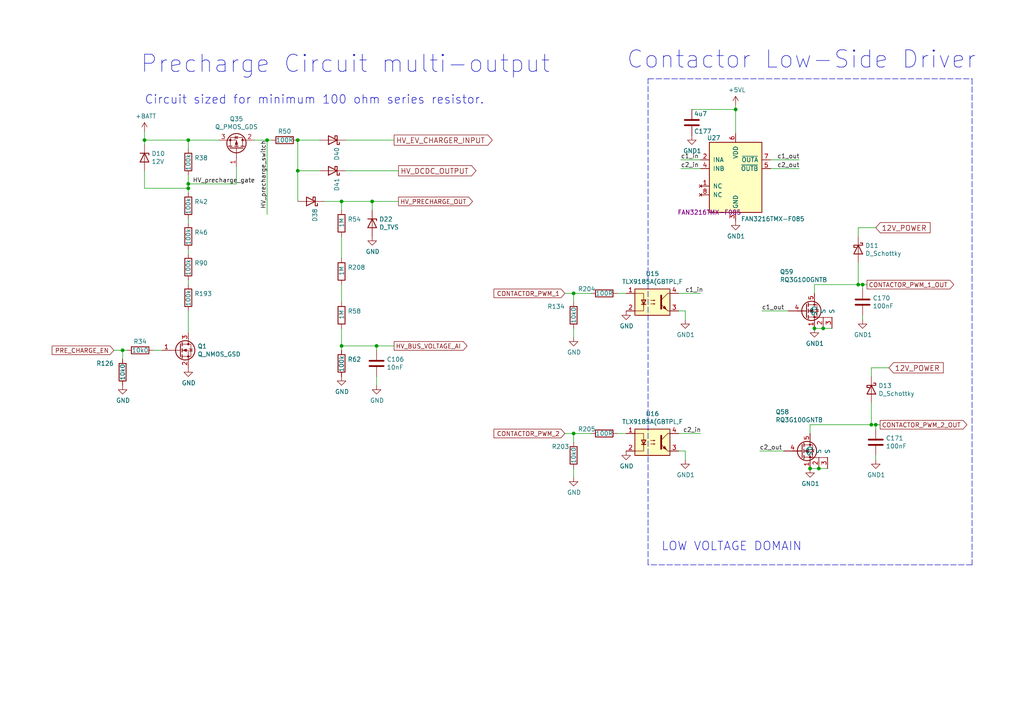
<source format=kicad_sch>
(kicad_sch (version 20250114) (generator "eeschema") (generator_version "9.0")
  (paper "A4")
  (lib_symbols
    (symbol "Device:C" (pin_numbers (hide yes)) (pin_names (offset 0.254))
      (property "Reference" "C" (at 0.635 2.54 0))
      (property "Value" "C" (at 0.635 -2.54 0))
      (symbol "C_0_1"
        (polyline (pts (xy -2.032 0.762) (xy 2.032 0.762)) (stroke (width 0.508)))
        (polyline (pts (xy -2.032 -0.762) (xy 2.032 -0.762)) (stroke (width 0.508)))
      )
      (symbol "C_1_1"
        (pin passive line (at 0 3.81 270) (length 2.794) (name "~") (number "1"))
        (pin passive line (at 0 -3.81 90) (length 2.794) (name "~") (number "2"))
      )
    )
    (symbol "Device:D_Schottky" (pin_numbers (hide yes)) (pin_names (offset 1.016) (hide yes))
      (property "Reference" "D" (at 0 2.54 0))
      (property "Value" "D_Schottky" (at 0 -2.54 0))
      (symbol "D_Schottky_0_1"
        (polyline (pts (xy -1.905 0.635) (xy -1.905 1.27) (xy -1.27 1.27) (xy -1.27 -1.27) (xy -0.635 -1.27) (xy -0.635 -0.635)) (stroke (width 0.254)))
        (polyline (pts (xy 1.27 1.27) (xy 1.27 -1.27) (xy -1.27 0) (xy 1.27 1.27)) (stroke (width 0.254)))
        (polyline (pts (xy 1.27 0) (xy -1.27 0)))
      )
      (symbol "D_Schottky_1_1"
        (pin passive line (at -3.81 0 0) (length 2.54) (name "K") (number "1"))
        (pin passive line (at 3.81 0 180) (length 2.54) (name "A") (number "2"))
      )
    )
    (symbol "Device:D_Zener" (pin_numbers (hide yes)) (pin_names (offset 1.016) (hide yes))
      (property "Reference" "D" (at 0 2.54 0))
      (property "Value" "D_Zener" (at 0 -2.54 0))
      (symbol "D_Zener_0_1"
        (polyline (pts (xy -1.27 -1.27) (xy -1.27 1.27) (xy -0.762 1.27)) (stroke (width 0.254)))
        (polyline (pts (xy 1.27 0) (xy -1.27 0)))
        (polyline (pts (xy 1.27 -1.27) (xy 1.27 1.27) (xy -1.27 0) (xy 1.27 -1.27)) (stroke (width 0.254)))
      )
      (symbol "D_Zener_1_1"
        (pin passive line (at -3.81 0 0) (length 2.54) (name "K") (number "1"))
        (pin passive line (at 3.81 0 180) (length 2.54) (name "A") (number "2"))
      )
    )
    (symbol "Device:Q_NMOS_GSD" (pin_names (offset 0) (hide yes))
      (property "Reference" "Q" (at 5.08 1.27 0))
      (property "Value" "Q_NMOS_GSD" (at 5.08 -1.27 0))
      (symbol "Q_NMOS_GSD_0_1"
        (polyline (pts (xy 0.254 1.905) (xy 0.254 -1.905)) (stroke (width 0.254)))
        (polyline (pts (xy 0.254 0) (xy -2.54 0)))
        (polyline (pts (xy 0.762 2.286) (xy 0.762 1.27)) (stroke (width 0.254)))
        (polyline (pts (xy 0.762 0.508) (xy 0.762 -0.508)) (stroke (width 0.254)))
        (polyline (pts (xy 0.762 -1.27) (xy 0.762 -2.286)) (stroke (width 0.254)))
        (polyline (pts (xy 0.762 -1.778) (xy 3.302 -1.778) (xy 3.302 1.778) (xy 0.762 1.778)))
        (polyline (pts (xy 1.016 0) (xy 2.032 0.381) (xy 2.032 -0.381) (xy 1.016 0)) (fill (type outline)))
        (circle (center 1.651 0) (radius 2.794) (stroke (width 0.254)))
        (polyline (pts (xy 2.54 2.54) (xy 2.54 1.778)))
        (circle (center 2.54 1.778) (radius 0.254) (fill (type outline)))
        (circle (center 2.54 -1.778) (radius 0.254) (fill (type outline)))
        (polyline (pts (xy 2.54 -2.54) (xy 2.54 0) (xy 0.762 0)))
        (polyline (pts (xy 2.794 0.508) (xy 2.921 0.381) (xy 3.683 0.381) (xy 3.81 0.254)))
        (polyline (pts (xy 3.302 0.381) (xy 2.921 -0.254) (xy 3.683 -0.254) (xy 3.302 0.381)))
      )
      (symbol "Q_NMOS_GSD_1_1"
        (pin input line (at -5.08 0 0) (length 2.54) (name "G") (number "1"))
        (pin passive line (at 2.54 5.08 270) (length 2.54) (name "D") (number "3"))
        (pin passive line (at 2.54 -5.08 90) (length 2.54) (name "S") (number "2"))
      )
    )
    (symbol "Device:Q_PMOS_GDS" (pin_names (offset 0) (hide yes))
      (property "Reference" "Q" (at 5.08 1.27 0))
      (property "Value" "Q_PMOS_GDS" (at 5.08 -1.27 0))
      (symbol "Q_PMOS_GDS_0_1"
        (polyline (pts (xy 0.254 1.905) (xy 0.254 -1.905)) (stroke (width 0.254)))
        (polyline (pts (xy 0.254 0) (xy -2.54 0)))
        (polyline (pts (xy 0.762 2.286) (xy 0.762 1.27)) (stroke (width 0.254)))
        (polyline (pts (xy 0.762 1.778) (xy 3.302 1.778) (xy 3.302 -1.778) (xy 0.762 -1.778)))
        (polyline (pts (xy 0.762 0.508) (xy 0.762 -0.508)) (stroke (width 0.254)))
        (polyline (pts (xy 0.762 -1.27) (xy 0.762 -2.286)) (stroke (width 0.254)))
        (circle (center 1.651 0) (radius 2.794) (stroke (width 0.254)))
        (polyline (pts (xy 2.286 0) (xy 1.27 0.381) (xy 1.27 -0.381) (xy 2.286 0)) (fill (type outline)))
        (polyline (pts (xy 2.54 2.54) (xy 2.54 1.778)))
        (circle (center 2.54 1.778) (radius 0.254) (fill (type outline)))
        (circle (center 2.54 -1.778) (radius 0.254) (fill (type outline)))
        (polyline (pts (xy 2.54 -2.54) (xy 2.54 0) (xy 0.762 0)))
        (polyline (pts (xy 2.794 -0.508) (xy 2.921 -0.381) (xy 3.683 -0.381) (xy 3.81 -0.254)))
        (polyline (pts (xy 3.302 -0.381) (xy 2.921 0.254) (xy 3.683 0.254) (xy 3.302 -0.381)))
      )
      (symbol "Q_PMOS_GDS_1_1"
        (pin input line (at -5.08 0 0) (length 2.54) (name "G") (number "1"))
        (pin passive line (at 2.54 5.08 270) (length 2.54) (name "D") (number "2"))
        (pin passive line (at 2.54 -5.08 90) (length 2.54) (name "S") (number "3"))
      )
    )
    (symbol "Device:R" (pin_numbers (hide yes)) (pin_names (offset 0))
      (property "Reference" "R" (at 2.032 0 90))
      (property "Value" "R" (at 0 0 90))
      (symbol "R_0_1"
        (rectangle (start -1.016 -2.54) (end 1.016 2.54) (stroke (width 0.254)))
      )
      (symbol "R_1_1"
        (pin passive line (at 0 3.81 270) (length 1.27) (name "~") (number "1"))
        (pin passive line (at 0 -3.81 90) (length 1.27) (name "~") (number "2"))
      )
    )
    (symbol "ICs:FAN3216TMX-F085" (pin_names (offset 1.016))
      (property "Reference" "U" (at -8.89 30.48 0))
      (property "Value" "FAN3216TMX-F085" (at 7.62 34.29 0))
      (symbol "FAN3216TMX-F085_1_1"
        (rectangle (start 0 20.32) (end 15.24 0) (stroke (width 0.254)) (fill (type background)))
        (pin input line (at -2.54 15.24 0) (length 2.54) (name "INA") (number "2"))
        (pin input line (at -2.54 12.7 0) (length 2.54) (name "INB") (number "4"))
        (pin no_connect line (at -2.54 7.62 0) (length 2.54) (name "NC") (number "1"))
        (pin no_connect line (at -2.54 5.08 0) (length 2.54) (name "NC") (number "8"))
        (pin power_in line (at 7.62 22.86 270) (length 2.54) (name "VDD") (number "6"))
        (pin power_in line (at 7.62 -2.54 90) (length 2.54) (name "GND") (number "3"))
        (pin output line (at 17.78 15.24 180) (length 2.54) (name "~{OUTA}") (number "7"))
        (pin output line (at 17.78 12.7 180) (length 2.54) (name "~{OUTB}") (number "5"))
      )
    )
    (symbol "ICs:Q_NMOS_SSSGD" (pin_names (offset 1.016))
      (property "Reference" "U" (at 0 0 0))
      (property "Value" "Q_NMOS_SSSGD" (at 0 0 0))
      (symbol "Q_NMOS_SSSGD_0_1"
        (polyline (pts (xy 20.32 -12.065) (xy 15.24 -12.065)))
      )
      (symbol "Q_NMOS_SSSGD_1_1"
        (polyline (pts (xy 12.954 -8.255) (xy 12.954 -12.065)) (stroke (width 0.254)))
        (polyline (pts (xy 12.954 -10.16) (xy 10.16 -10.16)))
        (polyline (pts (xy 13.462 -7.874) (xy 13.462 -8.89)) (stroke (width 0.254)))
        (polyline (pts (xy 13.462 -9.652) (xy 13.462 -10.668)) (stroke (width 0.254)))
        (polyline (pts (xy 13.462 -11.43) (xy 13.462 -12.446)) (stroke (width 0.254)))
        (polyline (pts (xy 13.462 -11.938) (xy 16.002 -11.938) (xy 16.002 -8.382) (xy 13.462 -8.382)))
        (polyline (pts (xy 13.716 -10.16) (xy 14.732 -9.779) (xy 14.732 -10.541) (xy 13.716 -10.16)) (fill (type outline)))
        (circle (center 14.351 -10.16) (radius 2.794) (stroke (width 0.254)))
        (polyline (pts (xy 15.24 -7.62) (xy 15.24 -8.382)))
        (circle (center 15.24 -8.382) (radius 0.254) (fill (type outline)))
        (circle (center 15.24 -11.938) (radius 0.254) (fill (type outline)))
        (polyline (pts (xy 15.24 -12.7) (xy 15.24 -10.16) (xy 13.462 -10.16)))
        (polyline (pts (xy 15.494 -9.652) (xy 15.621 -9.779) (xy 16.383 -9.779) (xy 16.51 -9.906)))
        (polyline (pts (xy 16.002 -9.779) (xy 15.621 -10.414) (xy 16.383 -10.414) (xy 16.002 -9.779)))
        (pin input line (at 7.62 -10.16 0) (length 5.08) (name "G") (number "4"))
        (pin passive line (at 15.24 -5.08 270) (length 2.54) (name "D") (number "5"))
        (pin passive line (at 15.24 -15.24 90) (length 2.54) (name "S") (number "1"))
        (pin passive line (at 17.78 -15.24 90) (length 3.2512) (name "S") (number "2"))
        (pin passive line (at 20.32 -15.24 90) (length 3.2512) (name "S") (number "3"))
      )
    )
    (symbol "Isolator:SFH617A-1" (pin_names (offset 1.016))
      (property "Reference" "U" (at -5.08 5.08 0))
      (property "Value" "SFH617A-1" (at 0 5.08 0))
      (symbol "SFH617A-1_0_1"
        (rectangle (start -5.08 3.81) (end 5.08 -3.81) (stroke (width 0.254)) (fill (type background)))
        (polyline (pts (xy -5.08 2.54) (xy -2.54 2.54) (xy -2.54 -1.27) (xy -2.54 0.635)))
        (polyline (pts (xy -3.175 -0.635) (xy -1.905 -0.635)) (stroke (width 0.254)))
        (polyline (pts (xy -2.54 -0.635) (xy -2.54 -2.54) (xy -5.08 -2.54)))
        (polyline (pts (xy -2.54 -0.635) (xy -3.175 0.635) (xy -1.905 0.635) (xy -2.54 -0.635)) (stroke (width 0.254)))
        (polyline (pts (xy -0.508 0.508) (xy 0.762 0.508) (xy 0.381 0.381) (xy 0.381 0.635) (xy 0.762 0.508)))
        (polyline (pts (xy -0.508 -0.508) (xy 0.762 -0.508) (xy 0.381 -0.635) (xy 0.381 -0.381) (xy 0.762 -0.508)))
        (polyline (pts (xy 2.54 1.905) (xy 2.54 -1.905) (xy 2.54 -1.905)) (stroke (width 0.508)))
        (polyline (pts (xy 2.54 0.635) (xy 4.445 2.54)))
        (polyline (pts (xy 3.048 -1.651) (xy 3.556 -1.143) (xy 4.064 -2.159) (xy 3.048 -1.651) (xy 3.048 -1.651)) (fill (type outline)))
        (polyline (pts (xy 4.445 2.54) (xy 5.08 2.54)))
        (polyline (pts (xy 4.445 -2.54) (xy 2.54 -0.635)) (fill (type outline)))
        (polyline (pts (xy 4.445 -2.54) (xy 5.08 -2.54)))
      )
      (symbol "SFH617A-1_1_1"
        (pin passive line (at -7.62 2.54 0) (length 2.54) (name "~") (number "1"))
        (pin passive line (at -7.62 -2.54 0) (length 2.54) (name "~") (number "2"))
        (pin passive line (at 7.62 2.54 180) (length 2.54) (name "~") (number "4"))
        (pin passive line (at 7.62 -2.54 180) (length 2.54) (name "~") (number "3"))
      )
    )
    (symbol "power:+5VL" (power) (pin_names (offset 0))
      (property "Value" "+5VL" (at 0 3.556 0))
      (symbol "+5VL_0_1"
        (polyline (pts (xy -0.762 1.27) (xy 0 2.54)))
        (polyline (pts (xy 0 2.54) (xy 0.762 1.27)))
        (polyline (pts (xy 0 0) (xy 0 2.54)))
      )
      (symbol "+5VL_1_1"
        (pin power_in line (at 0 0 90) (length 0) (hide yes) (name "+5VL") (number "1"))
      )
    )
    (symbol "power:+BATT" (power) (pin_names (offset 0))
      (property "Value" "+BATT" (at 0 3.556 0))
      (symbol "+BATT_0_1"
        (polyline (pts (xy -0.762 1.27) (xy 0 2.54)))
        (polyline (pts (xy 0 2.54) (xy 0.762 1.27)))
        (polyline (pts (xy 0 0) (xy 0 2.54)))
      )
      (symbol "+BATT_1_1"
        (pin power_in line (at 0 0 90) (length 0) (hide yes) (name "+BATT") (number "1"))
      )
    )
    (symbol "power:GND" (power) (pin_names (offset 0))
      (property "Value" "GND" (at 0 -3.81 0))
      (symbol "GND_0_1"
        (polyline (pts (xy 0 0) (xy 0 -1.27) (xy 1.27 -1.27) (xy 0 -2.54) (xy -1.27 -1.27) (xy 0 -1.27)))
      )
      (symbol "GND_1_1"
        (pin power_in line (at 0 0 270) (length 0) (hide yes) (name "GND") (number "1"))
      )
    )
    (symbol "power:GND1" (power) (pin_names (offset 0))
      (property "Value" "GND1" (at 0 -3.81 0))
      (symbol "GND1_0_1"
        (polyline (pts (xy 0 0) (xy 0 -1.27) (xy 1.27 -1.27) (xy 0 -2.54) (xy -1.27 -1.27) (xy 0 -1.27)))
      )
      (symbol "GND1_1_1"
        (pin power_in line (at 0 0 270) (length 0) (hide yes) (name "GND1") (number "1"))
      )
    )
  )
  (text "Contactor Low-Side Driver" (at 181.61 20.32 0) (effects (font (size 5.0038 5.0038)) (justify left bottom)))
  (text "Precharge Circuit multi-output" (at 40.64 21.59 0) (effects (font (size 5.0038 5.0038)) (justify left bottom)))
  (text "LOW VOLTAGE DOMAIN" (at 191.77 160.02 0) (effects (font (size 2.4892 2.4892)) (justify left bottom)))
  (text "Circuit sized for minimum 100 ohm series resistor." (at 41.91 30.48 0) (effects (font (size 2.4892 2.4892)) (justify left bottom)))
  (junction (at 254 123.19))
  (junction (at 166.37 125.73))
  (junction (at 54.61 40.64))
  (junction (at 41.91 40.64))
  (junction (at 107.95 58.42))
  (junction (at 248.92 82.55))
  (junction (at 166.37 85.09))
  (junction (at 86.36 49.53))
  (junction (at 54.61 53.34))
  (junction (at 99.06 58.42))
  (junction (at 250.19 82.55))
  (junction (at 54.61 54.61))
  (junction (at 234.95 135.89))
  (junction (at 35.56 101.6))
  (junction (at 86.36 40.64))
  (junction (at 238.76 95.25))
  (junction (at 213.36 31.75))
  (junction (at 99.06 100.33))
  (junction (at 109.22 100.33))
  (junction (at 252.73 123.19))
  (junction (at 77.47 40.64))
  (junction (at 237.49 135.89))
  (junction (at 236.22 95.25))
  (wire (pts (xy 251.46 82.55) (xy 250.19 82.55)))
  (wire (pts (xy 248.92 66.04) (xy 248.92 68.58)))
  (wire (pts (xy 99.06 58.42) (xy 107.95 58.42)))
  (wire (pts (xy 252.73 116.84) (xy 252.73 123.19)))
  (wire (pts (xy 99.06 58.42) (xy 99.06 60.96)))
  (wire (pts (xy 213.36 31.75) (xy 213.36 38.735)))
  (wire (pts (xy 250.19 83.82) (xy 250.19 82.55)))
  (wire (pts (xy 237.49 135.89) (xy 240.03 135.89)))
  (wire (pts (xy 77.47 62.23) (xy 77.47 40.64)))
  (wire (pts (xy 250.19 92.71) (xy 250.19 91.44)))
  (wire (pts (xy 77.47 40.64) (xy 78.74 40.64)))
  (wire (pts (xy 54.61 50.8) (xy 54.61 53.34)))
  (wire (pts (xy 54.61 53.34) (xy 54.61 54.61)))
  (wire (pts (xy 197.485 48.895) (xy 203.2 48.895)))
  (wire (pts (xy 234.95 123.19) (xy 252.73 123.19)))
  (wire (pts (xy 254 66.04) (xy 248.92 66.04)))
  (wire (pts (xy 44.45 101.6) (xy 46.99 101.6)))
  (wire (pts (xy 107.95 58.42) (xy 115.57 58.42)))
  (wire (pts (xy 35.56 101.6) (xy 36.83 101.6)))
  (wire (pts (xy 41.91 41.91) (xy 41.91 40.64)))
  (wire (pts (xy 92.71 49.53) (xy 86.36 49.53)))
  (wire (pts (xy 248.92 76.2) (xy 248.92 82.55)))
  (wire (pts (xy 35.56 104.14) (xy 35.56 101.6)))
  (wire (pts (xy 254 123.19) (xy 252.73 123.19)))
  (wire (pts (xy 54.61 73.66) (xy 54.61 72.39)))
  (wire (pts (xy 198.755 130.81) (xy 196.85 130.81)))
  (wire (pts (xy 234.95 123.19) (xy 234.95 125.73)))
  (wire (pts (xy 86.36 40.64) (xy 86.36 49.53)))
  (wire (pts (xy 73.66 40.64) (xy 77.47 40.64)))
  (polyline (pts (xy 187.96 163.83) (xy 187.96 22.86)) (stroke (width 0) (type dash)))
  (wire (pts (xy 54.61 82.55) (xy 54.61 81.28)))
  (wire (pts (xy 166.37 95.25) (xy 166.37 97.79)))
  (wire (pts (xy 255.27 123.19) (xy 254 123.19)))
  (wire (pts (xy 213.36 30.48) (xy 213.36 31.75)))
  (wire (pts (xy 166.37 85.09) (xy 171.45 85.09)))
  (wire (pts (xy 200.66 31.75) (xy 213.36 31.75)))
  (wire (pts (xy 54.61 54.61) (xy 54.61 55.88)))
  (wire (pts (xy 238.76 95.25) (xy 241.3 95.25)))
  (wire (pts (xy 41.91 54.61) (xy 41.91 49.53)))
  (wire (pts (xy 107.95 60.96) (xy 107.95 58.42)))
  (wire (pts (xy 99.06 95.25) (xy 99.06 100.33)))
  (wire (pts (xy 99.06 68.58) (xy 99.06 74.93)))
  (wire (pts (xy 93.98 58.42) (xy 99.06 58.42)))
  (wire (pts (xy 41.91 40.64) (xy 41.91 38.1)))
  (wire (pts (xy 68.58 53.34) (xy 68.58 48.26)))
  (wire (pts (xy 86.36 49.53) (xy 86.36 58.42)))
  (wire (pts (xy 198.755 92.71) (xy 198.755 90.17)))
  (wire (pts (xy 197.485 46.355) (xy 203.2 46.355)))
  (wire (pts (xy 100.33 49.53) (xy 115.57 49.53)))
  (wire (pts (xy 92.71 40.64) (xy 86.36 40.64)))
  (wire (pts (xy 109.22 109.22) (xy 109.22 111.76)))
  (wire (pts (xy 41.91 40.64) (xy 54.61 40.64)))
  (wire (pts (xy 100.33 40.64) (xy 114.3 40.64)))
  (wire (pts (xy 252.73 106.68) (xy 252.73 109.22)))
  (wire (pts (xy 236.22 95.25) (xy 238.76 95.25)))
  (wire (pts (xy 203.2 85.09) (xy 196.85 85.09)))
  (wire (pts (xy 163.83 85.09) (xy 166.37 85.09)))
  (wire (pts (xy 99.06 100.33) (xy 109.22 100.33)))
  (wire (pts (xy 166.37 135.89) (xy 166.37 138.43)))
  (wire (pts (xy 198.755 90.17) (xy 196.85 90.17)))
  (wire (pts (xy 33.02 101.6) (xy 35.56 101.6)))
  (wire (pts (xy 114.3 100.33) (xy 109.22 100.33)))
  (wire (pts (xy 236.22 82.55) (xy 236.22 85.09)))
  (polyline (pts (xy 187.96 22.86) (xy 281.94 22.86)) (stroke (width 0) (type dash)))
  (polyline (pts (xy 281.94 163.83) (xy 187.96 163.83)) (stroke (width 0) (type dash)))
  (wire (pts (xy 179.07 85.09) (xy 181.61 85.09)))
  (polyline (pts (xy 281.94 22.86) (xy 281.94 163.83)) (stroke (width 0) (type dash)))
  (wire (pts (xy 236.22 82.55) (xy 248.92 82.55)))
  (wire (pts (xy 220.345 130.81) (xy 227.33 130.81)))
  (wire (pts (xy 254 133.35) (xy 254 132.08)))
  (wire (pts (xy 163.83 125.73) (xy 166.37 125.73)))
  (wire (pts (xy 54.61 53.34) (xy 68.58 53.34)))
  (wire (pts (xy 54.61 54.61) (xy 41.91 54.61)))
  (wire (pts (xy 179.07 125.73) (xy 181.61 125.73)))
  (wire (pts (xy 99.06 100.33) (xy 99.06 101.6)))
  (wire (pts (xy 109.22 101.6) (xy 109.22 100.33)))
  (wire (pts (xy 54.61 40.64) (xy 63.5 40.64)))
  (wire (pts (xy 54.61 43.18) (xy 54.61 40.64)))
  (wire (pts (xy 198.755 133.35) (xy 198.755 130.81)))
  (wire (pts (xy 99.06 82.55) (xy 99.06 87.63)))
  (wire (pts (xy 223.52 48.895) (xy 231.775 48.895)))
  (wire (pts (xy 203.2 125.73) (xy 196.85 125.73)))
  (wire (pts (xy 234.95 135.89) (xy 237.49 135.89)))
  (wire (pts (xy 250.19 82.55) (xy 248.92 82.55)))
  (wire (pts (xy 257.81 106.68) (xy 252.73 106.68)))
  (wire (pts (xy 166.37 128.27) (xy 166.37 125.73)))
  (wire (pts (xy 223.52 46.355) (xy 231.775 46.355)))
  (wire (pts (xy 54.61 96.52) (xy 54.61 90.17)))
  (wire (pts (xy 166.37 125.73) (xy 171.45 125.73)))
  (wire (pts (xy 166.37 87.63) (xy 166.37 85.09)))
  (wire (pts (xy 254 124.46) (xy 254 123.19)))
  (wire (pts (xy 220.98 90.17) (xy 228.6 90.17)))
  (wire (pts (xy 54.61 63.5) (xy 54.61 64.77)))
  (label "c1_out" (at 225.425 46.355 0))
  (label "c2_out" (at 225.425 48.895 0))
  (label "HV_precharge_gate" (at 55.88 53.34 0))
  (label "c2_out" (at 220.345 130.81 0))
  (label "c1_in" (at 198.755 85.09 0))
  (label "c1_in" (at 197.485 46.355 0))
  (label "c1_out" (at 220.98 90.17 0))
  (label "HV_precharge_switch" (at 77.47 40.64 270))
  (label "c2_in" (at 197.485 48.895 0))
  (label "c2_in" (at 198.12 125.73 0))
  (global_label "12V_POWER" (shape input) (at 257.81 106.68 0) (effects (font (size 1.4986 1.4986))) (property "Intersheetrefs" "${INTERSHEET_REFS}" (effects (hide yes))))
  (global_label "HV_EV_CHARGER_INPUT" (shape output) (at 114.3 40.64 0) (effects (font (size 1.4986 1.4986))) (property "Intersheetrefs" "${INTERSHEET_REFS}" (effects (hide yes))))
  (global_label "12V_POWER" (shape input) (at 254 66.04 0) (effects (font (size 1.4986 1.4986))) (property "Intersheetrefs" "${INTERSHEET_REFS}" (effects (hide yes))))
  (global_label "CONTACTOR_PWM_1" (shape input) (at 163.83 85.09 180) (property "Intersheetrefs" "${INTERSHEET_REFS}" (effects (hide yes))))
  (global_label "CONTACTOR_PWM_2" (shape input) (at 163.83 125.73 180) (property "Intersheetrefs" "${INTERSHEET_REFS}" (effects (hide yes))))
  (global_label "HV_DCDC_OUTPUT" (shape output) (at 115.57 49.53 0) (effects (font (size 1.4986 1.4986))) (property "Intersheetrefs" "${INTERSHEET_REFS}" (effects (hide yes))))
  (global_label "CONTACTOR_PWM_1_OUT" (shape output) (at 251.46 82.55 0) (property "Intersheetrefs" "${INTERSHEET_REFS}" (effects (hide yes))))
  (global_label "HV_BUS_VOLTAGE_AI" (shape output) (at 114.3 100.33 0) (property "Intersheetrefs" "${INTERSHEET_REFS}" (effects (hide yes))))
  (global_label "CONTACTOR_PWM_2_OUT" (shape output) (at 255.27 123.19 0) (property "Intersheetrefs" "${INTERSHEET_REFS}" (effects (hide yes))))
  (global_label "PRE_CHARGE_EN" (shape input) (at 33.02 101.6 180) (property "Intersheetrefs" "${INTERSHEET_REFS}" (effects (hide yes))))
  (global_label "HV_PRECHARGE_OUT" (shape output) (at 115.57 58.42 0) (property "Intersheetrefs" "${INTERSHEET_REFS}" (effects (hide yes))))
  (symbol (lib_id "power:+BATT") (at 41.91 38.1 0) (unit 1)
    (property "Reference" "#PWR0160" (effects (hide yes)))
    (property "Value" "+BATT" (at 42.291 33.7058 0))
  )
  (symbol (lib_id "Device:R") (at 82.55 40.64 270) (unit 1)
    (property "Reference" "R50" (at 82.55 38.1 90))
    (property "Value" "100R" (at 82.55 40.64 90))
    (property "Footprint" "Resistor_THT:R_Axial_Power_L50.0mm_W9.0mm_P55.88mm" (effects (hide yes)))
    (property "Datasheet" "https://www.yageo.com/upload/media/product/productsearch/datasheet/lr/YAGEO%20SQP_NSP_datasheet_2021v0.pdf" (effects (hide yes)))
    (property "MPN" "SQP10AJB-100R" (effects (hide yes)))
    (property "Part Number" "SQP10AJB-100R" (effects (hide yes)))
    (property "Digikey_PN" "100W-10-ND" (effects (hide yes)))
  )
  (symbol (lib_id "Device:R") (at 54.61 46.99 180) (unit 1)
    (property "Reference" "R38" (at 56.388 45.8216 0) (effects (justify right)))
    (property "Value" "100k" (at 54.61 49.53 90) (effects (justify right)))
    (property "Footprint" "Resistor_SMD:R_0603_1608Metric" (effects (hide yes)))
    (property "Datasheet" "https://www.seielect.com/catalog/sei-rmcf_rmcp.pdf" (effects (hide yes)))
    (property "MPN" "RMCF0603FT100K" (effects (hide yes)))
    (property "Part Number" "RMCF0603FT100K" (effects (hide yes)))
    (property "Digikey_PN" "RMCF0603FT100KCT-ND" (effects (hide yes)))
  )
  (symbol (lib_id "Device:R") (at 54.61 59.69 180) (unit 1)
    (property "Reference" "R42" (at 56.388 58.5216 0) (effects (justify right)))
    (property "Value" "100k" (at 54.61 62.23 90) (effects (justify right)))
    (property "Footprint" "Resistor_SMD:R_0603_1608Metric" (effects (hide yes)))
    (property "Datasheet" "https://www.seielect.com/catalog/sei-rmcf_rmcp.pdf" (effects (hide yes)))
    (property "MPN" "RMCF0603FT100K" (effects (hide yes)))
    (property "Part Number" "RMCF0603FT100K" (effects (hide yes)))
    (property "Digikey_PN" "RMCF0603FT100KCT-ND" (effects (hide yes)))
  )
  (symbol (lib_id "Device:R") (at 54.61 68.58 180) (unit 1)
    (property "Reference" "R46" (at 56.388 67.4116 0) (effects (justify right)))
    (property "Value" "100k" (at 54.61 71.12 90) (effects (justify right)))
    (property "Footprint" "Resistor_SMD:R_0603_1608Metric" (effects (hide yes)))
    (property "Datasheet" "https://www.seielect.com/catalog/sei-rmcf_rmcp.pdf" (effects (hide yes)))
    (property "MPN" "RMCF0603FT100K" (effects (hide yes)))
    (property "Part Number" "RMCF0603FT100K" (effects (hide yes)))
    (property "Digikey_PN" "RMCF0603FT100KCT-ND" (effects (hide yes)))
  )
  (symbol (lib_id "power:GND") (at 54.61 106.68 0) (unit 1)
    (property "Reference" "#PWR0161" (effects (hide yes)))
    (property "Value" "GND" (at 54.737 111.0742 0))
  )
  (symbol (lib_id "Device:R") (at 40.64 101.6 270) (unit 1)
    (property "Reference" "R34" (at 40.64 99.06 90))
    (property "Value" "10k0" (at 40.64 101.6 90))
    (property "Footprint" "Resistor_SMD:R_0603_1608Metric" (effects (hide yes)))
    (property "Datasheet" "http://www.yageo.com/NewPortal/yageodocoutput?fileName=/pdf/R-Chip/PYu-AC_51_RoHS_L_6.pdf" (effects (hide yes)))
    (property "MPN" "AC0603FR-0710KL" (effects (hide yes)))
    (property "Part Number" "AC0603FR-0710KL" (effects (hide yes)))
    (property "Digikey_PN" "311-10KLDCT-ND" (effects (hide yes)))
  )
  (symbol (lib_id "Device:R") (at 99.06 64.77 180) (unit 1)
    (property "Reference" "R54" (at 100.838 63.6016 0) (effects (justify right)))
    (property "Value" "1M" (at 99.06 66.04 90) (effects (justify right)))
    (property "Footprint" "Resistor_SMD:R_0603_1608Metric" (effects (hide yes)))
    (property "Datasheet" "http://www.yageo.com/NewPortal/yageodocoutput?fileName=/pdf/R-Chip/PYu-AC_51_RoHS_L_6.pdf" (effects (hide yes)))
    (property "MPN" "AC0603FR-071ML" (effects (hide yes)))
    (property "Part Number" "AC0603FR-071ML" (effects (hide yes)))
    (property "Digikey_PN" "311-1MLDCT-ND" (effects (hide yes)))
  )
  (symbol (lib_id "Device:R") (at 99.06 91.44 180) (unit 1)
    (property "Reference" "R58" (at 100.838 90.2716 0) (effects (justify right)))
    (property "Value" "1M" (at 99.06 92.71 90) (effects (justify right)))
    (property "Footprint" "Resistor_SMD:R_0603_1608Metric" (effects (hide yes)))
    (property "Datasheet" "http://www.yageo.com/NewPortal/yageodocoutput?fileName=/pdf/R-Chip/PYu-AC_51_RoHS_L_6.pdf" (effects (hide yes)))
    (property "MPN" "AC0603FR-071ML" (effects (hide yes)))
    (property "Part Number" "AC0603FR-071ML" (effects (hide yes)))
    (property "Digikey_PN" "311-1MLDCT-ND" (effects (hide yes)))
  )
  (symbol (lib_id "Device:R") (at 99.06 105.41 180) (unit 1)
    (property "Reference" "R62" (at 100.838 104.2416 0) (effects (justify right)))
    (property "Value" "100k" (at 99.06 107.95 90) (effects (justify right)))
    (property "Footprint" "Resistor_SMD:R_0603_1608Metric" (effects (hide yes)))
    (property "Datasheet" "https://www.seielect.com/catalog/sei-rmcf_rmcp.pdf" (effects (hide yes)))
    (property "MPN" "RMCF0603FT100K" (effects (hide yes)))
    (property "Part Number" "RMCF0603FT100K" (effects (hide yes)))
    (property "Digikey_PN" "RMCF0603FT100KCT-ND" (effects (hide yes)))
  )
  (symbol (lib_id "power:GND") (at 99.06 109.22 0) (unit 1)
    (property "Reference" "#PWR0162" (effects (hide yes)))
    (property "Value" "GND" (at 99.187 113.6142 0))
  )
  (symbol (lib_id "Device:C") (at 109.22 105.41 0) (unit 1)
    (property "Reference" "C106" (at 112.141 104.2416 0) (effects (justify left)))
    (property "Value" "10nF" (at 112.141 106.553 0) (effects (justify left)))
    (property "Footprint" "Capacitor_SMD:C_0603_1608Metric" (effects (hide yes)))
    (property "MPN" "GCM188R72A103KA37D" (effects (hide yes)))
    (property "Part Number" "GCM188R72A103KA37D" (effects (hide yes)))
    (property "Digikey_PN" "490-4781-1-ND" (effects (hide yes)))
  )
  (symbol (lib_id "power:GND") (at 109.22 111.76 0) (unit 1)
    (property "Reference" "#PWR0163" (effects (hide yes)))
    (property "Value" "GND" (at 109.347 116.1542 0))
  )
  (symbol (lib_id "Isolator:SFH617A-1") (at 189.23 87.63 0) (unit 1)
    (property "Reference" "U15" (at 189.23 79.375 0))
    (property "Value" "TLX9185A(GBTPL,F" (at 189.23 81.6864 0))
    (property "Footprint" "Package_SO:SO-4_4.4x3.9mm_P2.54mm" (effects (hide yes)))
    (property "Datasheet" "file:///C:/Users/kid%20group/Downloads/TLX9185A_datasheet_en_20190628.pdf" (effects (hide yes)))
    (property "Part Number" "TLX9185A(GBTPL,F" (effects (hide yes)))
    (property "Digikey_PN" "264-TLX9185A(GBTPLFCT-ND" (effects (hide yes)))
  )
  (symbol (lib_id "power:GND") (at 166.37 97.79 0) (unit 1)
    (property "Reference" "#PWR0203" (effects (hide yes)))
    (property "Value" "GND" (at 166.497 102.1842 0))
  )
  (symbol (lib_id "power:GND") (at 181.61 130.81 0) (unit 1)
    (property "Reference" "#PWR0205" (effects (hide yes)))
    (property "Value" "GND" (at 181.737 135.2042 0))
  )
  (symbol (lib_id "Device:R") (at 175.26 125.73 270) (unit 1)
    (property "Reference" "R205" (at 170.18 124.46 90))
    (property "Value" "100R" (at 175.26 125.73 90))
    (property "Footprint" "Resistor_SMD:R_0603_1608Metric" (effects (hide yes)))
    (property "MPN" "AC0603FR-07100RL" (effects (hide yes)))
    (property "populate" "y" (effects (hide yes)))
    (property "Part Number" "AC0603FR-07100RL" (effects (hide yes)))
    (property "Digikey_PN" "YAG3561CT-ND" (effects (hide yes)))
  )
  (symbol (lib_id "power:GND1") (at 234.95 135.89 0) (unit 1)
    (property "Reference" "#PWR0207" (effects (hide yes)))
    (property "Value" "GND1" (at 235.077 140.2842 0))
  )
  (symbol (lib_id "Device:R") (at 166.37 132.08 180) (unit 1)
    (property "Reference" "R203" (at 162.56 129.54 0))
    (property "Value" "10k0" (at 166.37 132.08 90))
    (property "Footprint" "Resistor_SMD:R_0603_1608Metric" (effects (hide yes)))
    (property "Datasheet" "http://www.yageo.com/NewPortal/yageodocoutput?fileName=/pdf/R-Chip/PYu-AC_51_RoHS_L_6.pdf" (effects (hide yes)))
    (property "MPN" "AC0603FR-0710KL" (effects (hide yes)))
    (property "Part Number" "AC0603FR-0710KL" (effects (hide yes)))
    (property "Digikey_PN" "311-10KLDCT-ND" (effects (hide yes)))
  )
  (symbol (lib_id "Isolator:SFH617A-1") (at 189.23 128.27 0) (unit 1)
    (property "Reference" "U16" (at 189.23 120.015 0))
    (property "Value" "TLX9185A(GBTPL,F" (at 189.23 122.3264 0))
    (property "Footprint" "Package_SO:SO-4_4.4x3.9mm_P2.54mm" (effects (hide yes)))
    (property "Datasheet" "file:///C:/Users/kid%20group/Downloads/TLX9185A_datasheet_en_20190628.pdf" (effects (hide yes)))
    (property "Part Number" "TLX9185A(GBTPL,F" (effects (hide yes)))
    (property "Digikey_PN" "264-TLX9185A(GBTPLFCT-ND" (effects (hide yes)))
  )
  (symbol (lib_id "power:GND") (at 166.37 138.43 0) (unit 1)
    (property "Reference" "#PWR0208" (effects (hide yes)))
    (property "Value" "GND" (at 166.497 142.8242 0))
  )
  (symbol (lib_id "Device:R") (at 175.26 85.09 270) (unit 1)
    (property "Reference" "R204" (at 170.18 83.82 90))
    (property "Value" "100R" (at 175.26 85.09 90))
    (property "Footprint" "Resistor_SMD:R_0603_1608Metric" (effects (hide yes)))
    (property "MPN" "AC0603FR-07100RL" (effects (hide yes)))
    (property "populate" "y" (effects (hide yes)))
    (property "Part Number" "AC0603FR-07100RL" (effects (hide yes)))
    (property "Digikey_PN" "YAG3561CT-ND" (effects (hide yes)))
  )
  (symbol (lib_id "power:GND") (at 181.61 90.17 0) (unit 1)
    (property "Reference" "#PWR0200" (effects (hide yes)))
    (property "Value" "GND" (at 181.737 94.5642 0))
  )
  (symbol (lib_id "Device:R") (at 166.37 91.44 180) (unit 1)
    (property "Reference" "R134" (at 161.29 88.9 0))
    (property "Value" "10k0" (at 166.37 91.44 90))
    (property "Footprint" "Resistor_SMD:R_0603_1608Metric" (effects (hide yes)))
    (property "Datasheet" "http://www.yageo.com/NewPortal/yageodocoutput?fileName=/pdf/R-Chip/PYu-AC_51_RoHS_L_6.pdf" (effects (hide yes)))
    (property "MPN" "AC0603FR-0710KL" (effects (hide yes)))
    (property "Part Number" "AC0603FR-0710KL" (effects (hide yes)))
    (property "Digikey_PN" "311-10KLDCT-ND" (effects (hide yes)))
  )
  (symbol (lib_id "ICs:Q_NMOS_SSSGD") (at 219.71 120.65 0) (unit 1)
    (property "Reference" "Q58" (at 224.917 119.4816 0) (effects (justify left)))
    (property "Value" "RQ3G100GNTB" (at 224.917 121.793 0) (effects (justify left)))
    (property "Footprint" "Package_TO_SOT_SMD:LFPAK33" (effects (hide yes)))
    (property "Datasheet" "https://fscdn.rohm.com/en/products/databook/datasheet/discrete/transistor/mosfet/rq3g100gntb-e.pdf" (effects (hide yes)))
    (property "Part Number" "RQ3G100GNTB" (effects (hide yes)))
    (property "MPN" "RQ3G100GNTB" (effects (hide yes)))
    (property "Digikey_PN" "RQ3G100GNTBCT-ND" (effects (hide yes)))
  )
  (symbol (lib_id "power:GND1") (at 236.22 95.25 0) (unit 1)
    (property "Reference" "#PWR03" (effects (hide yes)))
    (property "Value" "GND1" (at 236.347 99.6442 0))
  )
  (symbol (lib_id "ICs:Q_NMOS_SSSGD") (at 220.98 80.01 0) (unit 1)
    (property "Reference" "Q59" (at 226.187 78.8416 0) (effects (justify left)))
    (property "Value" "RQ3G100GNTB" (at 226.187 81.153 0) (effects (justify left)))
    (property "Footprint" "Package_TO_SOT_SMD:LFPAK33" (effects (hide yes)))
    (property "Datasheet" "https://fscdn.rohm.com/en/products/databook/datasheet/discrete/transistor/mosfet/rq3g100gntb-e.pdf" (effects (hide yes)))
    (property "Part Number" "RQ3G100GNTB" (effects (hide yes)))
    (property "MPN" "RQ3G100GNTB" (effects (hide yes)))
    (property "Digikey_PN" "RQ3G100GNTBCT-ND" (effects (hide yes)))
  )
  (symbol (lib_id "Device:Q_PMOS_GDS") (at 68.58 43.18 270) (mirror x) (unit 1)
    (property "Reference" "Q35" (at 68.58 34.4932 90))
    (property "Value" "Q_PMOS_GDS" (at 68.58 36.8046 90))
    (property "Footprint" "Package_TO_SOT_SMD:TO-263-2" (effects (hide yes)))
    (property "Datasheet" "https://www.onsemi.com/pdf/datasheet/fqb12p20-d.pdf" (effects (hide yes)))
    (property "Part Number" "FQB12P20TM" (effects (hide yes)))
    (property "MPN" "FQB12P20TM" (effects (hide yes)))
    (property "Digikey_PN" "FQB12P20TMCT-ND" (effects (hide yes)))
  )
  (symbol (lib_id "Device:D_Zener") (at 41.91 45.72 270) (unit 1)
    (property "Reference" "D10" (at 43.942 44.5516 90) (effects (justify left)))
    (property "Value" "12V" (at 43.942 46.863 90) (effects (justify left)))
    (property "Footprint" "Diode_SMD:D_SOD-323F" (effects (hide yes)))
    (property "Datasheet" "https://www.onsemi.com/pdf/datasheet/mm3z9v1c-d.pdf" (effects (hide yes)))
    (property "MPN" "MM3Z12VC" (effects (hide yes)))
    (property "Part Number" "MM3Z12VC" (effects (hide yes)))
    (property "Digikey_PN" "MM3Z12VCCT-ND" (effects (hide yes)))
  )
  (symbol (lib_id "Device:D_Schottky") (at 248.92 72.39 270) (unit 1)
    (property "Reference" "D11" (at 250.952 71.2216 90) (effects (justify left)))
    (property "Value" "D_Schottky" (at 250.952 73.533 90) (effects (justify left)))
    (property "Footprint" "Diode_SMD:D_SMA" (effects (hide yes)))
    (property "Datasheet" "https://www.st.com/content/ccc/resource/technical/document/datasheet/c8/2f/54/15/4c/14/44/bb/CD00003321.pdf/files/CD00003321.pdf/jcr:content/translations/en.CD00003321.pdf" (effects (hide yes)))
    (property "Part Number" "STPS1150A" (effects (hide yes)))
    (property "MPN" "STPS1150A" (effects (hide yes)))
    (property "Digikey_PN" "497-7545-1-ND" (effects (hide yes)))
  )
  (symbol (lib_id "Device:D_Schottky") (at 252.73 113.03 270) (unit 1)
    (property "Reference" "D13" (at 254.762 111.8616 90) (effects (justify left)))
    (property "Value" "D_Schottky" (at 254.762 114.173 90) (effects (justify left)))
    (property "Footprint" "Diode_SMD:D_SMA" (effects (hide yes)))
    (property "Datasheet" "https://www.st.com/content/ccc/resource/technical/document/datasheet/c8/2f/54/15/4c/14/44/bb/CD00003321.pdf/files/CD00003321.pdf/jcr:content/translations/en.CD00003321.pdf" (effects (hide yes)))
    (property "Part Number" "STPS1150A" (effects (hide yes)))
    (property "MPN" "STPS1150A" (effects (hide yes)))
    (property "Digikey_PN" "497-7545-1-ND" (effects (hide yes)))
  )
  (symbol (lib_id "Device:R") (at 99.06 78.74 180) (unit 1)
    (property "Reference" "R208" (at 100.838 77.5716 0) (effects (justify right)))
    (property "Value" "1M" (at 99.06 80.01 90) (effects (justify right)))
    (property "Footprint" "Resistor_SMD:R_0603_1608Metric" (effects (hide yes)))
    (property "Datasheet" "http://www.yageo.com/NewPortal/yageodocoutput?fileName=/pdf/R-Chip/PYu-AC_51_RoHS_L_6.pdf" (effects (hide yes)))
    (property "MPN" "AC0603FR-071ML" (effects (hide yes)))
    (property "Part Number" "AC0603FR-071ML" (effects (hide yes)))
    (property "Digikey_PN" "311-1MLDCT-ND" (effects (hide yes)))
  )
  (symbol (lib_id "Device:R") (at 54.61 77.47 180) (unit 1)
    (property "Reference" "R90" (at 56.388 76.3016 0) (effects (justify right)))
    (property "Value" "100k" (at 54.61 80.01 90) (effects (justify right)))
    (property "Footprint" "Resistor_SMD:R_0603_1608Metric" (effects (hide yes)))
    (property "Datasheet" "https://www.seielect.com/catalog/sei-rmcf_rmcp.pdf" (effects (hide yes)))
    (property "MPN" "RMCF0603FT100K" (effects (hide yes)))
    (property "Part Number" "RMCF0603FT100K" (effects (hide yes)))
    (property "Digikey_PN" "RMCF0603FT100KCT-ND" (effects (hide yes)))
  )
  (symbol (lib_id "Device:R") (at 54.61 86.36 180) (unit 1)
    (property "Reference" "R193" (at 56.388 85.1916 0) (effects (justify right)))
    (property "Value" "100k" (at 54.61 88.9 90) (effects (justify right)))
    (property "Footprint" "Resistor_SMD:R_0603_1608Metric" (effects (hide yes)))
    (property "Datasheet" "https://www.seielect.com/catalog/sei-rmcf_rmcp.pdf" (effects (hide yes)))
    (property "MPN" "RMCF0603FT100K" (effects (hide yes)))
    (property "Part Number" "RMCF0603FT100K" (effects (hide yes)))
    (property "Digikey_PN" "RMCF0603FT100KCT-ND" (effects (hide yes)))
  )
  (symbol (lib_id "Device:D_Zener") (at 107.95 64.77 270) (unit 1)
    (property "Reference" "D22" (at 109.982 63.6016 90) (effects (justify left)))
    (property "Value" "D_TVS" (at 109.982 65.913 90) (effects (justify left)))
    (property "Footprint" "Diode_SMD:D_SMB" (effects (hide yes)))
    (property "Datasheet" "https://www.diodes.com/assets/Datasheets/ds19002.pdf" (effects (hide yes)))
    (property "Part Number" "SMBJ120A-13-F" (effects (hide yes)))
    (property "Digikey_PN" "SMBJ120A-FDICT-ND" (effects (hide yes)))
  )
  (symbol (lib_id "power:GND") (at 107.95 68.58 0) (unit 1)
    (property "Reference" "#PWR028" (effects (hide yes)))
    (property "Value" "GND" (at 108.077 72.9742 0))
  )
  (symbol (lib_id "Device:Q_NMOS_GSD") (at 52.07 101.6 0) (unit 1)
    (property "Reference" "Q1" (at 57.277 100.4316 0) (effects (justify left)))
    (property "Value" "Q_NMOS_GSD" (at 57.277 102.743 0) (effects (justify left)))
    (property "Footprint" "Package_TO_SOT_SMD:SOT-23" (effects (hide yes)))
    (property "Datasheet" "https://ww1.microchip.com/downloads/en/DeviceDoc/TN5335-N-Channel-Enhancement-Mode-Vertical-DMOS-FET-Data-Sheet-20005955A.pdf" (effects (hide yes)))
    (property "Part Number" "TN5335K1-G" (effects (hide yes)))
    (property "MPN" "TN5335K1-G" (effects (hide yes)))
    (property "Digikey_PN" "TN5335K1-GCT-ND" (effects (hide yes)))
  )
  (symbol (lib_id "power:GND1") (at 198.755 92.71 0) (unit 1)
    (property "Reference" "#PWR0201" (effects (hide yes)))
    (property "Value" "GND1" (at 198.882 97.1042 0))
  )
  (symbol (lib_id "power:GND1") (at 254 133.35 0) (unit 1)
    (property "Reference" "#PWR0212" (effects (hide yes)))
    (property "Value" "GND1" (at 254.127 137.7442 0))
  )
  (symbol (lib_id "Device:C") (at 250.19 87.63 0) (unit 1)
    (property "Reference" "C170" (at 253.111 86.4616 0) (effects (justify left)))
    (property "Value" "100nF" (at 253.111 88.773 0) (effects (justify left)))
    (property "Footprint" "Capacitor_SMD:C_0603_1608Metric" (effects (hide yes)))
    (property "Datasheet" "http://psearch.en.murata.com/capacitor/product/GCM188R71H104KA57%23.pdf" (effects (hide yes)))
    (property "MPN" "GCM188R71H104KA57D" (effects (hide yes)))
    (property "Part Number" "GCM188R71H104KA57D" (effects (hide yes)))
    (property "Digikey_PN" "490-4779-1-ND" (effects (hide yes)))
  )
  (symbol (lib_id "Device:D_Schottky") (at 96.52 49.53 180) (unit 1)
    (property "Reference" "D41" (at 97.6884 51.562 90) (effects (justify left)))
    (property "Value" "D_Schottky" (effects (hide yes)))
    (property "Footprint" "Diode_SMD:D_SMA" (effects (hide yes)))
    (property "Datasheet" "https://www.st.com/content/ccc/resource/technical/document/datasheet/c8/2f/54/15/4c/14/44/bb/CD00003321.pdf/files/CD00003321.pdf/jcr:content/translations/en.CD00003321.pdf" (effects (hide yes)))
    (property "Part Number" "STPS1150A" (effects (hide yes)))
    (property "MPN" "STPS1150A" (effects (hide yes)))
    (property "Digikey_PN" "497-7545-1-ND" (effects (hide yes)))
  )
  (symbol (lib_id "Device:R") (at 35.56 107.95 0) (unit 1)
    (property "Reference" "R126" (at 30.48 105.41 0))
    (property "Value" "10k0" (at 35.56 107.95 90))
    (property "Footprint" "Resistor_SMD:R_0603_1608Metric" (effects (hide yes)))
    (property "Datasheet" "http://www.yageo.com/NewPortal/yageodocoutput?fileName=/pdf/R-Chip/PYu-AC_51_RoHS_L_6.pdf" (effects (hide yes)))
    (property "MPN" "AC0603FR-0710KL" (effects (hide yes)))
    (property "Part Number" "AC0603FR-0710KL" (effects (hide yes)))
    (property "Digikey_PN" "311-10KLDCT-ND" (effects (hide yes)))
  )
  (symbol (lib_id "power:GND1") (at 200.66 39.37 0) (unit 1)
    (property "Reference" "#PWR0206" (effects (hide yes)))
    (property "Value" "GND1" (at 200.787 43.7642 0))
  )
  (symbol (lib_id "ICs:FAN3216TMX-F085") (at 205.74 61.595 0) (unit 1)
    (property "Reference" "U27" (at 207.01 40.005 0))
    (property "Value" "FAN3216TMX-F085" (at 224.155 63.5 0))
    (property "Footprint" "Package_SO:SOIC-8_3.9x4.9mm_P1.27mm" (effects (hide yes)))
    (property "Datasheet" "https://www.onsemi.com/pdf/datasheet/fan3217-d.pdf" (effects (hide yes)))
    (property "Part Number" "FAN3216TMX-F085" (effects (hide yes)))
    (property "Digikey_PN" "FAN3216TMX-F085CT-ND" (effects (hide yes)))
    (property "MPN" "FAN3216TMX-F085" (at 205.74 61.595 0))
  )
  (symbol (lib_id "power:GND1") (at 213.36 64.135 0) (unit 1)
    (property "Reference" "#PWR0285" (effects (hide yes)))
    (property "Value" "GND1" (at 213.487 68.5292 0))
  )
  (symbol (lib_id "power:GND1") (at 198.755 133.35 0) (unit 1)
    (property "Reference" "#PWR0204" (effects (hide yes)))
    (property "Value" "GND1" (at 198.882 137.7442 0))
  )
  (symbol (lib_id "Device:D_Schottky") (at 90.17 58.42 180) (unit 1)
    (property "Reference" "D38" (at 91.3384 60.452 90) (effects (justify left)))
    (property "Value" "D_Schottky" (effects (hide yes)))
    (property "Footprint" "Diode_SMD:D_SMA" (effects (hide yes)))
    (property "Datasheet" "https://www.st.com/content/ccc/resource/technical/document/datasheet/c8/2f/54/15/4c/14/44/bb/CD00003321.pdf/files/CD00003321.pdf/jcr:content/translations/en.CD00003321.pdf" (effects (hide yes)))
    (property "Part Number" "STPS1150A" (effects (hide yes)))
    (property "MPN" "STPS1150A" (effects (hide yes)))
    (property "Digikey_PN" "497-7545-1-ND" (effects (hide yes)))
  )
  (symbol (lib_id "Device:C") (at 254 128.27 0) (unit 1)
    (property "Reference" "C171" (at 256.921 127.1016 0) (effects (justify left)))
    (property "Value" "100nF" (at 256.921 129.413 0) (effects (justify left)))
    (property "Footprint" "Capacitor_SMD:C_0603_1608Metric" (effects (hide yes)))
    (property "Datasheet" "http://psearch.en.murata.com/capacitor/product/GCM188R71H104KA57%23.pdf" (effects (hide yes)))
    (property "MPN" "GCM188R71H104KA57D" (effects (hide yes)))
    (property "Part Number" "GCM188R71H104KA57D" (effects (hide yes)))
    (property "Digikey_PN" "490-4779-1-ND" (effects (hide yes)))
  )
  (symbol (lib_id "power:GND1") (at 250.19 92.71 0) (unit 1)
    (property "Reference" "#PWR0211" (effects (hide yes)))
    (property "Value" "GND1" (at 250.317 97.1042 0))
  )
  (symbol (lib_id "power:GND") (at 35.56 111.76 0) (unit 1)
    (property "Reference" "#PWR043" (effects (hide yes)))
    (property "Value" "GND" (at 35.687 116.1542 0))
  )
  (symbol (lib_id "power:+5VL") (at 213.36 30.48 0) (unit 1)
    (property "Reference" "#PWR0209" (effects (hide yes)))
    (property "Value" "+5VL" (at 213.741 26.0858 0))
  )
  (symbol (lib_id "Device:D_Schottky") (at 96.52 40.64 180) (unit 1)
    (property "Reference" "D40" (at 97.6884 42.672 90) (effects (justify left)))
    (property "Value" "D_Schottky" (effects (hide yes)))
    (property "Footprint" "Diode_SMD:D_SMA" (effects (hide yes)))
    (property "Datasheet" "https://www.st.com/content/ccc/resource/technical/document/datasheet/c8/2f/54/15/4c/14/44/bb/CD00003321.pdf/files/CD00003321.pdf/jcr:content/translations/en.CD00003321.pdf" (effects (hide yes)))
    (property "Part Number" "STPS1150A" (effects (hide yes)))
    (property "MPN" "STPS1150A" (effects (hide yes)))
    (property "Digikey_PN" "497-7545-1-ND" (effects (hide yes)))
  )
  (symbol (lib_id "Device:C") (at 200.66 35.56 0) (mirror x) (unit 1)
    (property "Reference" "C177" (at 201.295 38.1 0) (effects (justify left)))
    (property "Value" "4u7" (at 201.295 33.02 0) (effects (justify left)))
    (property "Footprint" "Capacitor_SMD:C_1206_3216Metric" (effects (hide yes)))
    (property "Datasheet" "https://product.tdk.com/info/en/catalog/datasheets/mlcc_automotive_soft_en.pdf" (effects (hide yes)))
    (property "MPN" "CGA5L3X7R1H475K160AE" (effects (hide yes)))
    (property "populate" "y" (effects (hide yes)))
    (property "Part Number" "CGA5L3X7R1H475K160AE" (effects (hide yes)))
    (property "Digikey_PN" "445-172481-1-ND" (effects (hide yes)))
  )
)
</source>
